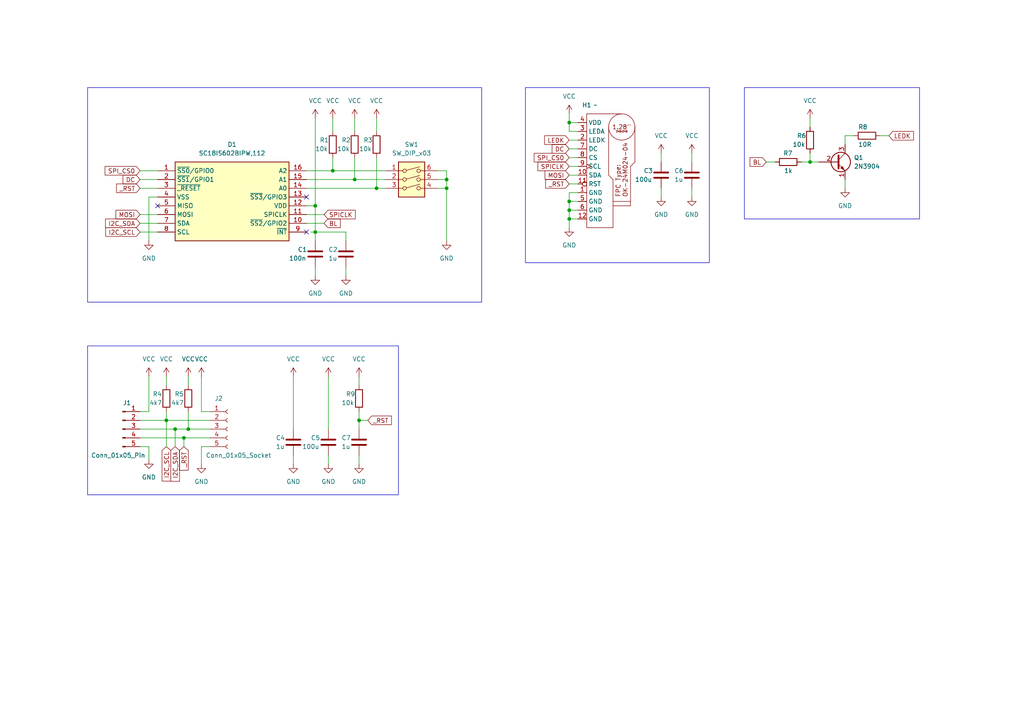
<source format=kicad_sch>
(kicad_sch (version 20230121) (generator eeschema)
  (paper "A4")
  (lib_symbols
    (symbol "Connector:Conn_01x05_Pin" (pin_names (offset 1.016) hide)
      (property "Reference" "J" (at 0 7.62 0))
      (property "Value" "Conn_01x05_Pin" (at 0 -7.62 0))
      (symbol "Conn_01x05_Pin_1_1"
        (polyline (pts (xy 1.27 -5.08) (xy 0.8636 -5.08)) (stroke (width 0.1524)))
        (polyline (pts (xy 1.27 -2.54) (xy 0.8636 -2.54)) (stroke (width 0.1524)))
        (polyline (pts (xy 1.27 0) (xy 0.8636 0)) (stroke (width 0.1524)))
        (polyline (pts (xy 1.27 2.54) (xy 0.8636 2.54)) (stroke (width 0.1524)))
        (polyline (pts (xy 1.27 5.08) (xy 0.8636 5.08)) (stroke (width 0.1524)))
        (rectangle (start 0.8636 -4.953) (end 0 -5.207) (stroke (width 0.1524)) (fill (type outline)))
        (rectangle (start 0.8636 -2.413) (end 0 -2.667) (stroke (width 0.1524)) (fill (type outline)))
        (rectangle (start 0.8636 0.127) (end 0 -0.127) (stroke (width 0.1524)) (fill (type outline)))
        (rectangle (start 0.8636 2.667) (end 0 2.413) (stroke (width 0.1524)) (fill (type outline)))
        (rectangle (start 0.8636 5.207) (end 0 4.953) (stroke (width 0.1524)) (fill (type outline)))
        (pin passive line (at 5.08 5.08 180) (length 3.81) (name "Pin_1") (number "1"))
        (pin passive line (at 5.08 2.54 180) (length 3.81) (name "Pin_2") (number "2"))
        (pin passive line (at 5.08 0 180) (length 3.81) (name "Pin_3") (number "3"))
        (pin passive line (at 5.08 -2.54 180) (length 3.81) (name "Pin_4") (number "4"))
        (pin passive line (at 5.08 -5.08 180) (length 3.81) (name "Pin_5") (number "5"))
      )
    )
    (symbol "Connector:Conn_01x05_Socket" (pin_names (offset 1.016) hide)
      (property "Reference" "J" (at 0 7.62 0))
      (property "Value" "Conn_01x05_Socket" (at 0 -7.62 0))
      (symbol "Conn_01x05_Socket_1_1"
        (arc (start 0 -4.572) (mid -0.5058 -5.08) (end 0 -5.588) (stroke (width 0.1524)))
        (arc (start 0 -2.032) (mid -0.5058 -2.54) (end 0 -3.048) (stroke (width 0.1524)))
        (polyline (pts (xy -1.27 -5.08) (xy -0.508 -5.08)) (stroke (width 0.1524)))
        (polyline (pts (xy -1.27 -2.54) (xy -0.508 -2.54)) (stroke (width 0.1524)))
        (polyline (pts (xy -1.27 0) (xy -0.508 0)) (stroke (width 0.1524)))
        (polyline (pts (xy -1.27 2.54) (xy -0.508 2.54)) (stroke (width 0.1524)))
        (polyline (pts (xy -1.27 5.08) (xy -0.508 5.08)) (stroke (width 0.1524)))
        (arc (start 0 0.508) (mid -0.5058 0) (end 0 -0.508) (stroke (width 0.1524)))
        (arc (start 0 3.048) (mid -0.5058 2.54) (end 0 2.032) (stroke (width 0.1524)))
        (arc (start 0 5.588) (mid -0.5058 5.08) (end 0 4.572) (stroke (width 0.1524)))
        (pin passive line (at -5.08 5.08 0) (length 3.81) (name "Pin_1") (number "1"))
        (pin passive line (at -5.08 2.54 0) (length 3.81) (name "Pin_2") (number "2"))
        (pin passive line (at -5.08 0 0) (length 3.81) (name "Pin_3") (number "3"))
        (pin passive line (at -5.08 -2.54 0) (length 3.81) (name "Pin_4") (number "4"))
        (pin passive line (at -5.08 -5.08 0) (length 3.81) (name "Pin_5") (number "5"))
      )
    )
    (symbol "Device:C" (pin_numbers hide) (pin_names (offset 0.254))
      (property "Reference" "C" (at 0.635 2.54 0))
      (property "Value" "C" (at 0.635 -2.54 0))
      (symbol "C_0_1"
        (polyline (pts (xy -2.032 -0.762) (xy 2.032 -0.762)) (stroke (width 0.508)))
        (polyline (pts (xy -2.032 0.762) (xy 2.032 0.762)) (stroke (width 0.508)))
      )
      (symbol "C_1_1"
        (pin passive line (at 0 3.81 270) (length 2.794) (name "~") (number "1"))
        (pin passive line (at 0 -3.81 90) (length 2.794) (name "~") (number "2"))
      )
    )
    (symbol "Device:R" (pin_numbers hide) (pin_names (offset 0))
      (property "Reference" "R" (at 2.032 0 90))
      (property "Value" "R" (at 0 0 90))
      (symbol "R_0_1"
        (rectangle (start -1.016 -2.54) (end 1.016 2.54) (stroke (width 0.254)))
      )
      (symbol "R_1_1"
        (pin passive line (at 0 3.81 270) (length 1.27) (name "~") (number "1"))
        (pin passive line (at 0 -3.81 90) (length 1.27) (name "~") (number "2"))
      )
    )
    (symbol "Display_Graphic:ER_TFT128-2"
      (property "Reference" "H1" (at 0 2.54 0))
      (property "Value" "~" (at 2.54 2.54 0))
      (symbol "ER_TFT128-2_0_0"
        (text "" (at 15.24 -15.24 0) (effects (font (size 1.27 1.27))))
      )
      (symbol "ER_TFT128-2_0_1"
        (polyline (pts (xy 12.7 -26.67) (xy 12.7 -15.24)))
        (polyline (pts (xy 12.7 -15.24) (xy 13.97 -13.97) (xy 13.97 -3.81)))
        (circle (center 10.16 -3.81) (radius 3.81))
      )
      (symbol "ER_TFT128-2_1_1"
        (polyline (pts (xy 7.62 -26.67) (xy 12.7 -26.67)) (fill (type outline)))
        (polyline (pts (xy 10.16 0) (xy 0 0)))
        (polyline (pts (xy 11.43 0) (xy 11.43 0)))
        (polyline (pts (xy 12.7 -25.4) (xy 7.62 -25.4)))
        (polyline (pts (xy 6.35 -3.81) (xy 6.35 -17.78) (xy 7.62 -19.05)))
        (polyline (pts (xy 0 0) (xy 0 -33.02) (xy 7.62 -33.02) (xy 7.62 -19.05)))
        (text "1.28''" (at 10.16 -3.81 0) (effects (font (size 1.27 1.27))))
        (text "240x240" (at 10.16 -5.08 0) (effects (font (size 0.508 0.508))))
        (text "FPC Type:\nOK-24M024-04" (at 10.16 -24.13 900) (effects (font (size 1.27 1.27)) (justify left)))
        (pin passive line (at -2.54 -22.86 0) (length 2.54) (name "GND") (number "1"))
        (pin passive line (at -2.54 -17.78 0) (length 2.54) (name "SDA") (number "10"))
        (pin passive inverted (at -2.54 -20.32 0) (length 2.54) (name "RST") (number "11"))
        (pin passive line (at -2.54 -30.48 0) (length 2.54) (name "GND") (number "12"))
        (pin passive line (at -2.54 -7.62 0) (length 2.54) (name "LEDK") (number "2"))
        (pin passive line (at -2.54 -5.08 0) (length 2.54) (name "LEDA") (number "3"))
        (pin passive line (at -2.54 -2.54 0) (length 2.54) (name "VDD") (number "4"))
        (pin passive line (at -2.54 -25.4 0) (length 2.54) (name "GND") (number "5"))
        (pin passive line (at -2.54 -27.94 0) (length 2.54) (name "GND") (number "6"))
        (pin passive line (at -2.54 -10.16 0) (length 2.54) (name "DC") (number "7"))
        (pin passive line (at -2.54 -12.7 0) (length 2.54) (name "CS") (number "8"))
        (pin passive clock (at -2.54 -15.24 0) (length 2.54) (name "SCL") (number "9"))
      )
    )
    (symbol "SamacSys_Parts:SC18IS602BIPW,112"
      (property "Reference" "D" (at 5.08 7.62 0))
      (property "Value" "SC18IS602BIPW,112" (at 5.08 5.08 0))
      (symbol "SC18IS602BIPW,112_1_1"
        (rectangle (start 5.08 2.54) (end 38.1 -20.32) (stroke (width 0.254)) (fill (type background)))
        (pin passive line (at 0 0 0) (length 5.08) (name "~{SS0}/GPIO0") (number "1"))
        (pin passive line (at 43.18 -15.24 180) (length 5.08) (name "~{SS2}/GPIO2") (number "10"))
        (pin passive line (at 43.18 -12.7 180) (length 5.08) (name "SPICLK") (number "11"))
        (pin passive line (at 43.18 -10.16 180) (length 5.08) (name "VDD") (number "12"))
        (pin passive line (at 43.18 -7.62 180) (length 5.08) (name "~{SS3}/GPIO3") (number "13"))
        (pin passive line (at 43.18 -5.08 180) (length 5.08) (name "A0") (number "14"))
        (pin passive line (at 43.18 -2.54 180) (length 5.08) (name "A1") (number "15"))
        (pin passive line (at 43.18 0 180) (length 5.08) (name "A2") (number "16"))
        (pin passive line (at 0 -2.54 0) (length 5.08) (name "~{SS1}/GPIO1") (number "2"))
        (pin passive line (at 0 -5.08 0) (length 5.08) (name "~{_RESET}") (number "3"))
        (pin passive line (at 0 -7.62 0) (length 5.08) (name "VSS") (number "4"))
        (pin passive line (at 0 -10.16 0) (length 5.08) (name "MISO") (number "5"))
        (pin passive line (at 0 -12.7 0) (length 5.08) (name "MOSI") (number "6"))
        (pin passive line (at 0 -15.24 0) (length 5.08) (name "SDA") (number "7"))
        (pin passive line (at 0 -17.78 0) (length 5.08) (name "SCL") (number "8"))
        (pin passive line (at 43.18 -17.78 180) (length 5.08) (name "~{INT}") (number "9"))
      )
    )
    (symbol "Switch:SW_DIP_x03" (pin_names (offset 0) hide)
      (property "Reference" "SW" (at 0 8.89 0))
      (property "Value" "SW_DIP_x03" (at 0 -3.81 0))
      (symbol "SW_DIP_x03_0_0"
        (circle (center -2.032 0) (radius 0.508))
        (circle (center -2.032 2.54) (radius 0.508))
        (circle (center -2.032 5.08) (radius 0.508))
        (polyline (pts (xy -1.524 0.127) (xy 2.3622 1.1684)))
        (polyline (pts (xy -1.524 2.667) (xy 2.3622 3.7084)))
        (polyline (pts (xy -1.524 5.207) (xy 2.3622 6.2484)))
        (circle (center 2.032 0) (radius 0.508))
        (circle (center 2.032 2.54) (radius 0.508))
        (circle (center 2.032 5.08) (radius 0.508))
      )
      (symbol "SW_DIP_x03_0_1"
        (rectangle (start -3.81 7.62) (end 3.81 -2.54) (stroke (width 0.254)) (fill (type background)))
      )
      (symbol "SW_DIP_x03_1_1"
        (pin passive line (at -7.62 5.08 0) (length 5.08) (name "~") (number "1"))
        (pin passive line (at -7.62 2.54 0) (length 5.08) (name "~") (number "2"))
        (pin passive line (at -7.62 0 0) (length 5.08) (name "~") (number "3"))
        (pin passive line (at 7.62 0 180) (length 5.08) (name "~") (number "4"))
        (pin passive line (at 7.62 2.54 180) (length 5.08) (name "~") (number "5"))
        (pin passive line (at 7.62 5.08 180) (length 5.08) (name "~") (number "6"))
      )
    )
    (symbol "Transistor_BJT:2N3904" (pin_names (offset 0) hide)
      (property "Reference" "Q" (at 5.08 1.905 0))
      (property "Value" "2N3904" (at 5.08 0 0))
      (symbol "2N3904_0_1"
        (polyline (pts (xy 0.635 0.635) (xy 2.54 2.54)))
        (polyline (pts (xy 0.635 -0.635) (xy 2.54 -2.54) (xy 2.54 -2.54)))
        (polyline (pts (xy 0.635 1.905) (xy 0.635 -1.905) (xy 0.635 -1.905)) (stroke (width 0.508)))
        (polyline (pts (xy 1.27 -1.778) (xy 1.778 -1.27) (xy 2.286 -2.286) (xy 1.27 -1.778) (xy 1.27 -1.778)) (fill (type outline)))
        (circle (center 1.27 0) (radius 2.8194) (stroke (width 0.254)))
      )
      (symbol "2N3904_1_1"
        (pin passive line (at 2.54 -5.08 90) (length 2.54) (name "E") (number "1"))
        (pin passive line (at -5.08 0 0) (length 5.715) (name "B") (number "2"))
        (pin passive line (at 2.54 5.08 270) (length 2.54) (name "C") (number "3"))
      )
    )
    (symbol "power:GND" (power) (pin_names (offset 0))
      (property "Value" "GND" (at 0 -3.81 0))
      (symbol "GND_0_1"
        (polyline (pts (xy 0 0) (xy 0 -1.27) (xy 1.27 -1.27) (xy 0 -2.54) (xy -1.27 -1.27) (xy 0 -1.27)))
      )
      (symbol "GND_1_1"
        (pin power_in line (at 0 0 270) (length 0) hide (name "GND") (number "1"))
      )
    )
    (symbol "power:VCC" (power) (pin_names (offset 0))
      (property "Value" "VCC" (at 0 3.81 0))
      (symbol "VCC_0_1"
        (polyline (pts (xy -0.762 1.27) (xy 0 2.54)))
        (polyline (pts (xy 0 0) (xy 0 2.54)))
        (polyline (pts (xy 0 2.54) (xy 0.762 1.27)))
      )
      (symbol "VCC_1_1"
        (pin power_in line (at 0 0 90) (length 0) hide (name "VCC") (number "1"))
      )
    )
  )
  (junction (at 165.1 58.42))
  (junction (at 102.87 52.07))
  (junction (at 165.1 35.56))
  (junction (at 96.52 49.53))
  (junction (at 50.8 124.46))
  (junction (at 234.95 46.99))
  (junction (at 104.14 121.92))
  (junction (at 165.1 60.96))
  (junction (at 91.44 67.31))
  (junction (at 129.54 54.61))
  (junction (at 129.54 52.07))
  (junction (at 53.34 127))
  (junction (at 54.61 124.46))
  (junction (at 48.26 121.92))
  (junction (at 91.44 59.69))
  (junction (at 109.22 54.61))
  (junction (at 165.1 63.5))
  (no_connect (at 45.72 59.69))
  (no_connect (at 88.9 57.15))
  (no_connect (at 88.9 67.31))
  (wire (pts (xy 91.44 34.29) (xy 91.44 59.69)))
  (wire (pts (xy 129.54 49.53) (xy 129.54 52.07)))
  (wire (pts (xy 40.64 64.77) (xy 45.72 64.77)))
  (wire (pts (xy 165.1 63.5) (xy 165.1 60.96)))
  (wire (pts (xy 40.64 127) (xy 53.34 127)))
  (wire (pts (xy 129.54 54.61) (xy 129.54 69.85)))
  (wire (pts (xy 43.18 129.54) (xy 43.18 133.35)))
  (wire (pts (xy 232.41 46.99) (xy 234.95 46.99)))
  (wire (pts (xy 165.1 60.96) (xy 165.1 58.42)))
  (wire (pts (xy 48.26 121.92) (xy 60.96 121.92)))
  (wire (pts (xy 43.18 109.22) (xy 43.18 119.38)))
  (wire (pts (xy 104.14 121.92) (xy 104.14 119.38)))
  (wire (pts (xy 40.64 62.23) (xy 45.72 62.23)))
  (wire (pts (xy 40.64 52.07) (xy 45.72 52.07)))
  (wire (pts (xy 100.33 69.85) (xy 100.33 67.31)))
  (wire (pts (xy 40.64 129.54) (xy 43.18 129.54)))
  (wire (pts (xy 53.34 127) (xy 60.96 127)))
  (wire (pts (xy 191.77 54.61) (xy 191.77 57.15)))
  (wire (pts (xy 104.14 132.08) (xy 104.14 134.62)))
  (wire (pts (xy 88.9 59.69) (xy 91.44 59.69)))
  (wire (pts (xy 91.44 59.69) (xy 91.44 67.31)))
  (wire (pts (xy 104.14 109.22) (xy 104.14 111.76)))
  (wire (pts (xy 60.96 119.38) (xy 58.42 119.38)))
  (wire (pts (xy 129.54 52.07) (xy 129.54 54.61)))
  (wire (pts (xy 165.1 43.18) (xy 167.64 43.18)))
  (wire (pts (xy 245.11 52.07) (xy 245.11 54.61)))
  (wire (pts (xy 109.22 34.29) (xy 109.22 38.1)))
  (wire (pts (xy 109.22 45.72) (xy 109.22 54.61)))
  (wire (pts (xy 88.9 64.77) (xy 93.98 64.77)))
  (wire (pts (xy 40.64 121.92) (xy 48.26 121.92)))
  (wire (pts (xy 222.25 46.99) (xy 224.79 46.99)))
  (wire (pts (xy 88.9 52.07) (xy 102.87 52.07)))
  (wire (pts (xy 167.64 40.64) (xy 165.1 40.64)))
  (wire (pts (xy 40.64 67.31) (xy 45.72 67.31)))
  (wire (pts (xy 200.66 57.15) (xy 200.66 54.61)))
  (wire (pts (xy 48.26 109.22) (xy 48.26 111.76)))
  (wire (pts (xy 54.61 109.22) (xy 54.61 111.76)))
  (wire (pts (xy 255.27 39.37) (xy 257.81 39.37)))
  (wire (pts (xy 165.1 50.8) (xy 167.64 50.8)))
  (wire (pts (xy 165.1 55.88) (xy 167.64 55.88)))
  (wire (pts (xy 60.96 129.54) (xy 58.42 129.54)))
  (wire (pts (xy 100.33 77.47) (xy 100.33 80.01)))
  (wire (pts (xy 91.44 67.31) (xy 91.44 69.85)))
  (wire (pts (xy 100.33 67.31) (xy 91.44 67.31)))
  (wire (pts (xy 165.1 53.34) (xy 167.64 53.34)))
  (wire (pts (xy 102.87 34.29) (xy 102.87 38.1)))
  (wire (pts (xy 54.61 124.46) (xy 60.96 124.46)))
  (wire (pts (xy 102.87 52.07) (xy 111.76 52.07)))
  (wire (pts (xy 48.26 119.38) (xy 48.26 121.92)))
  (wire (pts (xy 40.64 54.61) (xy 45.72 54.61)))
  (wire (pts (xy 40.64 49.53) (xy 45.72 49.53)))
  (wire (pts (xy 88.9 49.53) (xy 96.52 49.53)))
  (wire (pts (xy 165.1 63.5) (xy 165.1 66.04)))
  (wire (pts (xy 96.52 49.53) (xy 111.76 49.53)))
  (wire (pts (xy 234.95 46.99) (xy 237.49 46.99)))
  (wire (pts (xy 165.1 35.56) (xy 165.1 38.1)))
  (wire (pts (xy 234.95 44.45) (xy 234.95 46.99)))
  (wire (pts (xy 165.1 60.96) (xy 167.64 60.96)))
  (wire (pts (xy 165.1 58.42) (xy 167.64 58.42)))
  (wire (pts (xy 40.64 119.38) (xy 43.18 119.38)))
  (wire (pts (xy 127 49.53) (xy 129.54 49.53)))
  (wire (pts (xy 245.11 41.91) (xy 245.11 39.37)))
  (wire (pts (xy 58.42 109.22) (xy 58.42 119.38)))
  (wire (pts (xy 53.34 129.54) (xy 53.34 127)))
  (wire (pts (xy 43.18 57.15) (xy 43.18 69.85)))
  (wire (pts (xy 91.44 77.47) (xy 91.44 80.01)))
  (wire (pts (xy 104.14 124.46) (xy 104.14 121.92)))
  (wire (pts (xy 88.9 54.61) (xy 109.22 54.61)))
  (wire (pts (xy 50.8 124.46) (xy 54.61 124.46)))
  (wire (pts (xy 58.42 129.54) (xy 58.42 134.62)))
  (wire (pts (xy 54.61 119.38) (xy 54.61 124.46)))
  (wire (pts (xy 127 54.61) (xy 129.54 54.61)))
  (wire (pts (xy 96.52 45.72) (xy 96.52 49.53)))
  (wire (pts (xy 165.1 35.56) (xy 167.64 35.56)))
  (wire (pts (xy 96.52 34.29) (xy 96.52 38.1)))
  (wire (pts (xy 45.72 57.15) (xy 43.18 57.15)))
  (wire (pts (xy 90.17 67.31) (xy 91.44 67.31)))
  (wire (pts (xy 234.95 34.29) (xy 234.95 36.83)))
  (wire (pts (xy 165.1 45.72) (xy 167.64 45.72)))
  (wire (pts (xy 200.66 46.99) (xy 200.66 44.45)))
  (wire (pts (xy 165.1 55.88) (xy 165.1 58.42)))
  (wire (pts (xy 167.64 38.1) (xy 165.1 38.1)))
  (wire (pts (xy 102.87 45.72) (xy 102.87 52.07)))
  (wire (pts (xy 104.14 121.92) (xy 106.68 121.92)))
  (wire (pts (xy 88.9 62.23) (xy 93.98 62.23)))
  (wire (pts (xy 85.09 134.62) (xy 85.09 132.08)))
  (wire (pts (xy 50.8 129.54) (xy 50.8 124.46)))
  (wire (pts (xy 95.25 124.46) (xy 95.25 109.22)))
  (wire (pts (xy 167.64 63.5) (xy 165.1 63.5)))
  (wire (pts (xy 191.77 44.45) (xy 191.77 46.99)))
  (wire (pts (xy 40.64 124.46) (xy 50.8 124.46)))
  (wire (pts (xy 48.26 129.54) (xy 48.26 121.92)))
  (wire (pts (xy 95.25 134.62) (xy 95.25 132.08)))
  (wire (pts (xy 165.1 48.26) (xy 167.64 48.26)))
  (wire (pts (xy 245.11 39.37) (xy 247.65 39.37)))
  (wire (pts (xy 109.22 54.61) (xy 111.76 54.61)))
  (wire (pts (xy 165.1 33.02) (xy 165.1 35.56)))
  (wire (pts (xy 127 52.07) (xy 129.54 52.07)))
  (wire (pts (xy 85.09 124.46) (xy 85.09 109.22)))
  (rectangle (start 215.9 25.4) (end 266.7 63.5))
  (rectangle (start 25.4 25.4) (end 139.7 87.63))
  (rectangle (start 152.4 25.4) (end 205.74 76.2))
  (rectangle (start 25.4 100.33) (end 115.57 143.51))
  (global_label "MOSI" (shape input) (at 40.64 62.23 180) (property "Intersheetrefs" "${INTERSHEET_REFS}" (effects hide)))
  (global_label "SPICLK" (shape input) (at 93.98 62.23 0) (property "Intersheetrefs" "${INTERSHEET_REFS}" (effects hide)))
  (global_label "DC" (shape input) (at 165.1 43.18 180) (property "Intersheetrefs" "${INTERSHEET_REFS}" (effects hide)))
  (global_label "BL" (shape input) (at 93.98 64.77 0) (property "Intersheetrefs" "${INTERSHEET_REFS}" (effects hide)))
  (global_label "_RST" (shape input) (at 40.64 54.61 180) (property "Intersheetrefs" "${INTERSHEET_REFS}" (effects hide)))
  (global_label "_RST" (shape input) (at 165.1 53.34 180) (property "Intersheetrefs" "${INTERSHEET_REFS}" (effects hide)))
  (global_label "SPI_CS0" (shape input) (at 40.64 49.53 180) (property "Intersheetrefs" "${INTERSHEET_REFS}" (effects hide)))
  (global_label "BL" (shape input) (at 222.25 46.99 180) (property "Intersheetrefs" "${INTERSHEET_REFS}" (effects hide)))
  (global_label "_RST" (shape input) (at 106.68 121.92 0) (property "Intersheetrefs" "${INTERSHEET_REFS}" (effects hide)))
  (global_label "LEDK" (shape input) (at 257.81 39.37 0) (property "Intersheetrefs" "${INTERSHEET_REFS}" (effects hide)))
  (global_label "SPI_CS0" (shape input) (at 165.1 45.72 180) (property "Intersheetrefs" "${INTERSHEET_REFS}" (effects hide)))
  (global_label "I2C_SCL" (shape input) (at 40.64 67.31 180) (property "Intersheetrefs" "${INTERSHEET_REFS}" (effects hide)))
  (global_label "I2C_SDA" (shape input) (at 50.8 129.54 270) (property "Intersheetrefs" "${INTERSHEET_REFS}" (effects hide)))
  (global_label "I2C_SCL" (shape input) (at 48.26 129.54 270) (property "Intersheetrefs" "${INTERSHEET_REFS}" (effects hide)))
  (global_label "SPICLK" (shape input) (at 165.1 48.26 180) (property "Intersheetrefs" "${INTERSHEET_REFS}" (effects hide)))
  (global_label "DC" (shape input) (at 40.64 52.07 180) (property "Intersheetrefs" "${INTERSHEET_REFS}" (effects hide)))
  (global_label "LEDK" (shape input) (at 165.1 40.64 180) (property "Intersheetrefs" "${INTERSHEET_REFS}" (effects hide)))
  (global_label "I2C_SDA" (shape input) (at 40.64 64.77 180) (property "Intersheetrefs" "${INTERSHEET_REFS}" (effects hide)))
  (global_label "MOSI" (shape input) (at 165.1 50.8 180) (property "Intersheetrefs" "${INTERSHEET_REFS}" (effects hide)))
  (global_label "_RST" (shape input) (at 53.34 129.54 270) (property "Intersheetrefs" "${INTERSHEET_REFS}" (effects hide)))
  (symbol (lib_id "power:VCC") (at 109.22 34.29 0) (unit 1)
    (property "Reference" "#PWR012" (effects hide))
    (property "Value" "VCC" (at 109.22 29.21 0))
  )
  (symbol (lib_id "power:GND") (at 200.66 57.15 0) (unit 1)
    (property "Reference" "#PWR027" (effects hide))
    (property "Value" "GND" (at 200.66 62.23 0))
  )
  (symbol (lib_id "Transistor_BJT:2N3904") (at 242.57 46.99 0) (unit 1)
    (property "Reference" "Q1" (at 247.65 45.72 0) (effects (justify left)))
    (property "Value" "2N3904" (at 247.65 48.26 0) (effects (justify left)))
    (property "Footprint" "Package_TO_SOT_SMD:SOT-23" (effects hide))
    (property "Datasheet" "https://www.onsemi.com/pub/Collateral/2N3903-D.PDF" (effects hide))
  )
  (symbol (lib_id "power:VCC") (at 85.09 109.22 0) (unit 1)
    (property "Reference" "#PWR024" (effects hide))
    (property "Value" "VCC" (at 85.09 104.14 0))
  )
  (symbol (lib_id "power:VCC") (at 104.14 109.22 0) (unit 1)
    (property "Reference" "#PWR028" (effects hide))
    (property "Value" "VCC" (at 104.14 104.14 0))
  )
  (symbol (lib_id "power:VCC") (at 96.52 34.29 0) (unit 1)
    (property "Reference" "#PWR01" (effects hide))
    (property "Value" "VCC" (at 96.52 29.21 0))
  )
  (symbol (lib_id "power:GND") (at 100.33 80.01 0) (unit 1)
    (property "Reference" "#PWR014" (effects hide))
    (property "Value" "GND" (at 100.33 85.09 0))
  )
  (symbol (lib_id "Display_Graphic:ER_TFT128-2") (at 170.18 33.02 0) (unit 1)
    (property "Reference" "H1" (at 170.18 30.48 0))
    (property "Value" "~" (at 172.72 30.48 0))
    (property "Footprint" "Display:ER_TFT128-2" (effects hide))
  )
  (symbol (lib_id "Connector:Conn_01x05_Socket") (at 66.04 124.46 0) (unit 1)
    (property "Reference" "J2" (at 62.23 115.57 0) (effects (justify left)))
    (property "Value" "Conn_01x05_Socket" (at 59.69 132.08 0) (effects (justify left)))
    (property "Footprint" "Connector_PinSocket_2.54mm:PinSocket_1x05_P2.54mm_Horizontal" (effects hide))
  )
  (symbol (lib_id "Connector:Conn_01x05_Pin") (at 35.56 124.46 0) (unit 1)
    (property "Reference" "J1" (at 36.83 116.84 0))
    (property "Value" "Conn_01x05_Pin" (at 34.29 132.08 0))
    (property "Footprint" "Connector_PinHeader_2.54mm:PinHeader_1x05_P2.54mm_Horizontal" (effects hide))
  )
  (symbol (lib_id "Device:R") (at 102.87 41.91 180) (unit 1)
    (property "Reference" "R2" (at 99.06 40.64 0) (effects (justify right)))
    (property "Value" "10k" (at 97.79 43.18 0) (effects (justify right)))
    (property "Footprint" "Resistor_SMD:R_0805_2012Metric_Pad1.20x1.40mm_HandSolder" (effects hide))
  )
  (symbol (lib_id "power:GND") (at 191.77 57.15 0) (unit 1)
    (property "Reference" "#PWR017" (effects hide))
    (property "Value" "GND" (at 191.77 62.23 0))
  )
  (symbol (lib_id "power:VCC") (at 91.44 34.29 0) (unit 1)
    (property "Reference" "#PWR05" (effects hide))
    (property "Value" "VCC" (at 91.44 29.21 0))
  )
  (symbol (lib_id "power:GND") (at 91.44 80.01 0) (unit 1)
    (property "Reference" "#PWR013" (effects hide))
    (property "Value" "GND" (at 91.44 85.09 0))
  )
  (symbol (lib_id "power:VCC") (at 165.1 33.02 0) (unit 1)
    (property "Reference" "#PWR04" (effects hide))
    (property "Value" "VCC" (at 165.1 27.94 0))
  )
  (symbol (lib_id "power:VCC") (at 200.66 44.45 0) (unit 1)
    (property "Reference" "#PWR026" (effects hide))
    (property "Value" "VCC" (at 200.66 39.37 0))
  )
  (symbol (lib_id "Device:R") (at 234.95 40.64 0) (unit 1)
    (property "Reference" "R6" (at 231.14 39.37 0) (effects (justify left)))
    (property "Value" "10k" (at 229.87 41.91 0) (effects (justify left)))
    (property "Footprint" "Resistor_SMD:R_0805_2012Metric_Pad1.20x1.40mm_HandSolder" (effects hide))
  )
  (symbol (lib_id "power:GND") (at 129.54 69.85 0) (unit 1)
    (property "Reference" "#PWR02" (effects hide))
    (property "Value" "GND" (at 129.54 74.93 0))
  )
  (symbol (lib_id "power:GND") (at 43.18 69.85 0) (unit 1)
    (property "Reference" "#PWR06" (effects hide))
    (property "Value" "GND" (at 43.18 74.93 0))
  )
  (symbol (lib_id "power:VCC") (at 234.95 34.29 0) (unit 1)
    (property "Reference" "#PWR020" (effects hide))
    (property "Value" "VCC" (at 234.95 29.21 0))
  )
  (symbol (lib_id "power:GND") (at 95.25 134.62 0) (unit 1)
    (property "Reference" "#PWR023" (effects hide))
    (property "Value" "GND" (at 95.25 139.7 0))
  )
  (symbol (lib_id "Device:C") (at 191.77 50.8 0) (unit 1)
    (property "Reference" "C3" (at 186.69 49.53 0) (effects (justify left)))
    (property "Value" "100u" (at 184.15 52.07 0) (effects (justify left)))
    (property "Footprint" "Capacitor_SMD:C_0805_2012Metric" (effects hide))
  )
  (symbol (lib_id "power:VCC") (at 95.25 109.22 0) (unit 1)
    (property "Reference" "#PWR025" (effects hide))
    (property "Value" "VCC" (at 95.25 104.14 0))
  )
  (symbol (lib_id "Device:R") (at 251.46 39.37 270) (unit 1)
    (property "Reference" "R8" (at 248.92 36.83 90) (effects (justify left)))
    (property "Value" "10R" (at 248.92 41.91 90) (effects (justify left)))
    (property "Footprint" "Resistor_SMD:R_0805_2012Metric_Pad1.20x1.40mm_HandSolder" (effects hide))
  )
  (symbol (lib_id "power:GND") (at 245.11 54.61 0) (unit 1)
    (property "Reference" "#PWR019" (effects hide))
    (property "Value" "GND" (at 245.11 59.69 0))
  )
  (symbol (lib_id "power:VCC") (at 54.61 109.22 0) (unit 1)
    (property "Reference" "#PWR015" (effects hide))
    (property "Value" "VCC" (at 54.61 104.14 0))
  )
  (symbol (lib_id "Device:R") (at 54.61 115.57 180) (unit 1)
    (property "Reference" "R5" (at 53.34 114.3 0) (effects (justify left)))
    (property "Value" "4k7" (at 53.34 116.84 0) (effects (justify left)))
    (property "Footprint" "Resistor_SMD:R_0805_2012Metric_Pad1.20x1.40mm_HandSolder" (effects hide))
  )
  (symbol (lib_id "power:GND") (at 104.14 134.62 0) (unit 1)
    (property "Reference" "#PWR029" (effects hide))
    (property "Value" "GND" (at 104.14 139.7 0))
  )
  (symbol (lib_id "Device:R") (at 96.52 41.91 0) (unit 1)
    (property "Reference" "R1" (at 92.71 40.64 0) (effects (justify left)))
    (property "Value" "10k" (at 91.44 43.18 0) (effects (justify left)))
    (property "Footprint" "Resistor_SMD:R_0805_2012Metric_Pad1.20x1.40mm_HandSolder" (effects hide))
  )
  (symbol (lib_id "SamacSys_Parts:SC18IS602BIPW,112") (at 45.72 49.53 0) (unit 1)
    (property "Reference" "D1" (at 67.31 41.91 0))
    (property "Value" "SC18IS602BIPW,112" (at 67.31 44.45 0))
    (property "Footprint" "SamacSys_Parts:SOP65P640X110-16N" (effects hide))
    (property "Datasheet" "https://componentsearchengine.com/Datasheets/2/SC18IS602BIPW,112.pdf" (effects hide))
    (property "Height" "1.1" (effects hide))
    (property "Manufacturer_Name" "NXP" (effects hide))
    (property "Manufacturer_Part_Number" "SC18IS602BIPW,112" (effects hide))
  )
  (symbol (lib_id "power:GND") (at 85.09 134.62 0) (unit 1)
    (property "Reference" "#PWR022" (effects hide))
    (property "Value" "GND" (at 85.09 139.7 0))
  )
  (symbol (lib_id "Device:R") (at 228.6 46.99 90) (unit 1)
    (property "Reference" "R7" (at 229.87 44.45 90) (effects (justify left)))
    (property "Value" "1k" (at 229.87 49.53 90) (effects (justify left)))
    (property "Footprint" "Resistor_SMD:R_0805_2012Metric_Pad1.20x1.40mm_HandSolder" (effects hide))
  )
  (symbol (lib_id "power:VCC") (at 102.87 34.29 0) (unit 1)
    (property "Reference" "#PWR011" (effects hide))
    (property "Value" "VCC" (at 102.87 29.21 0))
  )
  (symbol (lib_id "power:VCC") (at 58.42 109.22 0) (unit 1)
    (property "Reference" "#PWR09" (effects hide))
    (property "Value" "VCC" (at 58.42 104.14 0))
  )
  (symbol (lib_id "power:VCC") (at 43.18 109.22 0) (unit 1)
    (property "Reference" "#PWR010" (effects hide))
    (property "Value" "VCC" (at 43.18 104.14 0))
  )
  (symbol (lib_id "Device:R") (at 48.26 115.57 180) (unit 1)
    (property "Reference" "R4" (at 46.99 114.3 0) (effects (justify left)))
    (property "Value" "4k7" (at 46.99 116.84 0) (effects (justify left)))
    (property "Footprint" "Resistor_SMD:R_0805_2012Metric_Pad1.20x1.40mm_HandSolder" (effects hide))
  )
  (symbol (lib_id "Switch:SW_DIP_x03") (at 119.38 54.61 0) (unit 1)
    (property "Reference" "SW1" (at 119.38 41.91 0))
    (property "Value" "SW_DIP_x03" (at 119.38 44.45 0))
    (property "Footprint" "Button_Switch_SMD:SW_DIP_SPSTx03_Slide_Omron_A6S-310x_W8.9mm_P2.54mm" (effects hide))
  )
  (symbol (lib_id "Device:R") (at 104.14 115.57 0) (unit 1)
    (property "Reference" "R9" (at 100.33 114.3 0) (effects (justify left)))
    (property "Value" "10k" (at 99.06 116.84 0) (effects (justify left)))
    (property "Footprint" "Resistor_SMD:R_0805_2012Metric_Pad1.20x1.40mm_HandSolder" (effects hide))
  )
  (symbol (lib_id "power:GND") (at 58.42 134.62 0) (unit 1)
    (property "Reference" "#PWR08" (effects hide))
    (property "Value" "GND" (at 58.42 139.7 0))
  )
  (symbol (lib_id "Device:R") (at 109.22 41.91 0) (unit 1)
    (property "Reference" "R3" (at 105.41 40.64 0) (effects (justify left)))
    (property "Value" "10k" (at 104.14 43.18 0) (effects (justify left)))
    (property "Footprint" "Resistor_SMD:R_0805_2012Metric_Pad1.20x1.40mm_HandSolder" (effects hide))
  )
  (symbol (lib_id "Device:C") (at 91.44 73.66 0) (unit 1)
    (property "Reference" "C1" (at 86.36 72.39 0) (effects (justify left)))
    (property "Value" "100n" (at 83.82 74.93 0) (effects (justify left)))
    (property "Footprint" "Capacitor_SMD:C_0805_2012Metric" (effects hide))
  )
  (symbol (lib_id "power:VCC") (at 191.77 44.45 0) (unit 1)
    (property "Reference" "#PWR018" (effects hide))
    (property "Value" "VCC" (at 191.77 39.37 0))
  )
  (symbol (lib_id "Device:C") (at 100.33 73.66 0) (unit 1)
    (property "Reference" "C2" (at 95.25 72.39 0) (effects (justify left)))
    (property "Value" "1u" (at 95.25 74.93 0) (effects (justify left)))
    (property "Footprint" "Capacitor_SMD:C_0805_2012Metric" (effects hide))
  )
  (symbol (lib_id "power:GND") (at 165.1 66.04 0) (unit 1)
    (property "Reference" "#PWR03" (effects hide))
    (property "Value" "GND" (at 165.1 71.12 0))
  )
  (symbol (lib_id "power:GND") (at 43.18 133.35 0) (unit 1)
    (property "Reference" "#PWR07" (effects hide))
    (property "Value" "GND" (at 43.18 138.43 0))
  )
  (symbol (lib_id "power:VCC") (at 48.26 109.22 0) (unit 1)
    (property "Reference" "#PWR016" (effects hide))
    (property "Value" "VCC" (at 48.26 104.14 0))
  )
  (symbol (lib_id "Device:C") (at 200.66 50.8 0) (unit 1)
    (property "Reference" "C6" (at 195.58 49.53 0) (effects (justify left)))
    (property "Value" "1u" (at 195.58 52.07 0) (effects (justify left)))
    (property "Footprint" "Capacitor_SMD:C_0805_2012Metric" (effects hide))
  )
  (symbol (lib_id "Device:C") (at 95.25 128.27 0) (unit 1)
    (property "Reference" "C5" (at 90.17 127 0) (effects (justify left)))
    (property "Value" "100u" (at 87.63 129.54 0) (effects (justify left)))
    (property "Footprint" "Capacitor_SMD:C_0805_2012Metric" (effects hide))
  )
  (symbol (lib_id "Device:C") (at 85.09 128.27 0) (unit 1)
    (property "Reference" "C4" (at 80.01 127 0) (effects (justify left)))
    (property "Value" "1u" (at 80.01 129.54 0) (effects (justify left)))
    (property "Footprint" "Capacitor_SMD:C_0805_2012Metric" (effects hide))
  )
  (symbol (lib_id "Device:C") (at 104.14 128.27 0) (unit 1)
    (property "Reference" "C7" (at 99.06 127 0) (effects (justify left)))
    (property "Value" "1u" (at 99.06 129.54 0) (effects (justify left)))
    (property "Footprint" "Capacitor_SMD:C_0805_2012Metric" (effects hide))
  )
)
</source>
